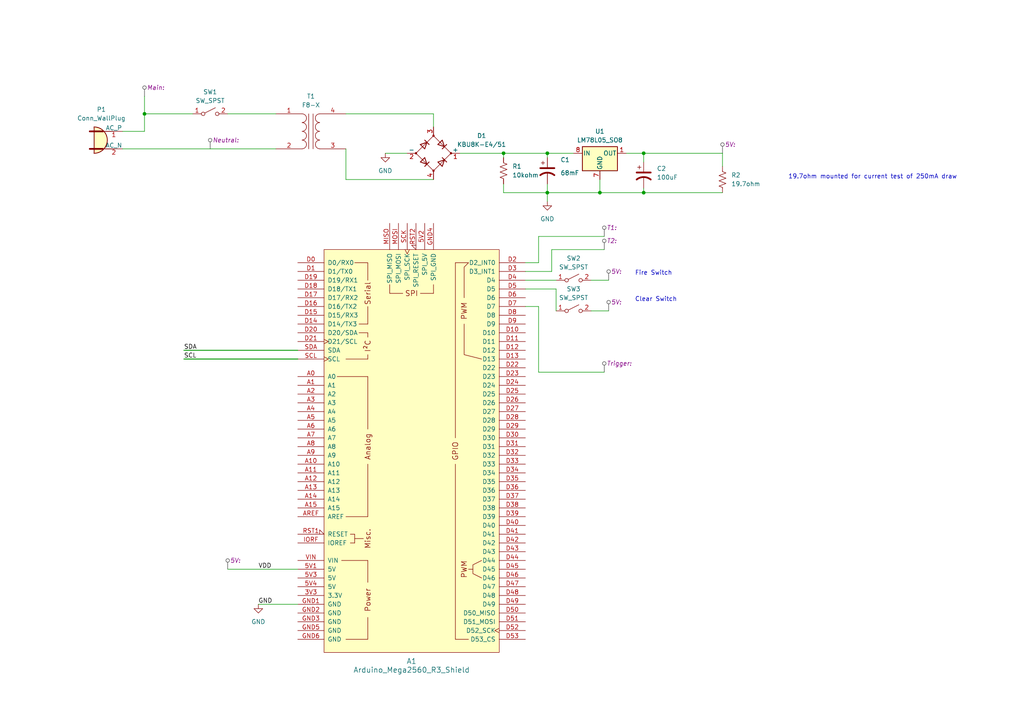
<source format=kicad_sch>
(kicad_sch (version 20230121) (generator eeschema)

  (uuid 911b5eb8-7b6c-425b-b090-765c473021df)

  (paper "A4")

  (title_block
    (title "Arduino + Supply")
    (date "2023-12-01")
  )

  (lib_symbols
    (symbol "Connector:Conn_WallPlug" (pin_names (offset 0)) (in_bom yes) (on_board yes)
      (property "Reference" "P" (at -1.27 4.445 0)
        (effects (font (size 1.27 1.27)) (justify bottom))
      )
      (property "Value" "Conn_WallPlug" (at -5.715 0 90)
        (effects (font (size 1.27 1.27)) (justify bottom))
      )
      (property "Footprint" "" (at 10.16 0 0)
        (effects (font (size 1.27 1.27)) hide)
      )
      (property "Datasheet" "~" (at 10.16 0 0)
        (effects (font (size 1.27 1.27)) hide)
      )
      (property "ki_keywords" "wall plug 110VAC 220VAC" (at 0 0 0)
        (effects (font (size 1.27 1.27)) hide)
      )
      (property "ki_description" "3-pin general wall plug, no Earth wire (110VAC, 220VAC)" (at 0 0 0)
        (effects (font (size 1.27 1.27)) hide)
      )
      (symbol "Conn_WallPlug_0_1"
        (arc (start -3.175 -3.81) (mid 0.6184 0) (end -3.175 3.81)
          (stroke (width 0.254) (type default))
          (fill (type background))
        )
        (polyline
          (pts
            (xy -4.445 -2.54)
            (xy -0.635 -2.54)
          )
          (stroke (width 0.508) (type default))
          (fill (type none))
        )
        (polyline
          (pts
            (xy -4.445 2.54)
            (xy -0.635 2.54)
          )
          (stroke (width 0.508) (type default))
          (fill (type none))
        )
        (polyline
          (pts
            (xy -3.175 -3.81)
            (xy -3.175 3.81)
          )
          (stroke (width 0.254) (type default))
          (fill (type none))
        )
        (polyline
          (pts
            (xy -0.635 -2.54)
            (xy 2.54 -2.54)
          )
          (stroke (width 0) (type default))
          (fill (type none))
        )
        (polyline
          (pts
            (xy -0.635 2.54)
            (xy 2.54 2.54)
          )
          (stroke (width 0) (type default))
          (fill (type none))
        )
      )
      (symbol "Conn_WallPlug_1_1"
        (pin power_out line (at 5.08 2.54 180) (length 5.08)
          (name "AC_P" (effects (font (size 1.27 1.27))))
          (number "1" (effects (font (size 1.27 1.27))))
        )
        (pin power_out line (at 5.08 -2.54 180) (length 5.08)
          (name "AC_N" (effects (font (size 1.27 1.27))))
          (number "2" (effects (font (size 1.27 1.27))))
        )
      )
    )
    (symbol "Device:C_Polarized_US" (pin_numbers hide) (pin_names (offset 0.254) hide) (in_bom yes) (on_board yes)
      (property "Reference" "C" (at 0.635 2.54 0)
        (effects (font (size 1.27 1.27)) (justify left))
      )
      (property "Value" "C_Polarized_US" (at 0.635 -2.54 0)
        (effects (font (size 1.27 1.27)) (justify left))
      )
      (property "Footprint" "" (at 0 0 0)
        (effects (font (size 1.27 1.27)) hide)
      )
      (property "Datasheet" "~" (at 0 0 0)
        (effects (font (size 1.27 1.27)) hide)
      )
      (property "ki_keywords" "cap capacitor" (at 0 0 0)
        (effects (font (size 1.27 1.27)) hide)
      )
      (property "ki_description" "Polarized capacitor, US symbol" (at 0 0 0)
        (effects (font (size 1.27 1.27)) hide)
      )
      (property "ki_fp_filters" "CP_*" (at 0 0 0)
        (effects (font (size 1.27 1.27)) hide)
      )
      (symbol "C_Polarized_US_0_1"
        (polyline
          (pts
            (xy -2.032 0.762)
            (xy 2.032 0.762)
          )
          (stroke (width 0.508) (type default))
          (fill (type none))
        )
        (polyline
          (pts
            (xy -1.778 2.286)
            (xy -0.762 2.286)
          )
          (stroke (width 0) (type default))
          (fill (type none))
        )
        (polyline
          (pts
            (xy -1.27 1.778)
            (xy -1.27 2.794)
          )
          (stroke (width 0) (type default))
          (fill (type none))
        )
        (arc (start 2.032 -1.27) (mid 0 -0.5572) (end -2.032 -1.27)
          (stroke (width 0.508) (type default))
          (fill (type none))
        )
      )
      (symbol "C_Polarized_US_1_1"
        (pin passive line (at 0 3.81 270) (length 2.794)
          (name "~" (effects (font (size 1.27 1.27))))
          (number "1" (effects (font (size 1.27 1.27))))
        )
        (pin passive line (at 0 -3.81 90) (length 3.302)
          (name "~" (effects (font (size 1.27 1.27))))
          (number "2" (effects (font (size 1.27 1.27))))
        )
      )
    )
    (symbol "Device:D_Bridge_+-AA" (pin_names (offset 0)) (in_bom yes) (on_board yes)
      (property "Reference" "D" (at 2.54 6.985 0)
        (effects (font (size 1.27 1.27)) (justify left))
      )
      (property "Value" "D_Bridge_+-AA" (at 2.54 5.08 0)
        (effects (font (size 1.27 1.27)) (justify left))
      )
      (property "Footprint" "" (at 0 0 0)
        (effects (font (size 1.27 1.27)) hide)
      )
      (property "Datasheet" "~" (at 0 0 0)
        (effects (font (size 1.27 1.27)) hide)
      )
      (property "ki_keywords" "rectifier ACDC" (at 0 0 0)
        (effects (font (size 1.27 1.27)) hide)
      )
      (property "ki_description" "Diode bridge, +ve/-ve/AC/AC" (at 0 0 0)
        (effects (font (size 1.27 1.27)) hide)
      )
      (property "ki_fp_filters" "D*Bridge* D*Rectifier*" (at 0 0 0)
        (effects (font (size 1.27 1.27)) hide)
      )
      (symbol "D_Bridge_+-AA_0_1"
        (circle (center -5.08 0) (radius 0.254)
          (stroke (width 0) (type default))
          (fill (type outline))
        )
        (circle (center 0 -5.08) (radius 0.254)
          (stroke (width 0) (type default))
          (fill (type outline))
        )
        (polyline
          (pts
            (xy -2.54 3.81)
            (xy -1.27 2.54)
          )
          (stroke (width 0.254) (type default))
          (fill (type none))
        )
        (polyline
          (pts
            (xy -1.27 -2.54)
            (xy -2.54 -3.81)
          )
          (stroke (width 0.254) (type default))
          (fill (type none))
        )
        (polyline
          (pts
            (xy 2.54 -1.27)
            (xy 3.81 -2.54)
          )
          (stroke (width 0.254) (type default))
          (fill (type none))
        )
        (polyline
          (pts
            (xy 2.54 1.27)
            (xy 3.81 2.54)
          )
          (stroke (width 0.254) (type default))
          (fill (type none))
        )
        (polyline
          (pts
            (xy -3.81 2.54)
            (xy -2.54 1.27)
            (xy -1.905 3.175)
            (xy -3.81 2.54)
          )
          (stroke (width 0.254) (type default))
          (fill (type none))
        )
        (polyline
          (pts
            (xy -2.54 -1.27)
            (xy -3.81 -2.54)
            (xy -1.905 -3.175)
            (xy -2.54 -1.27)
          )
          (stroke (width 0.254) (type default))
          (fill (type none))
        )
        (polyline
          (pts
            (xy 1.27 2.54)
            (xy 2.54 3.81)
            (xy 3.175 1.905)
            (xy 1.27 2.54)
          )
          (stroke (width 0.254) (type default))
          (fill (type none))
        )
        (polyline
          (pts
            (xy 3.175 -1.905)
            (xy 1.27 -2.54)
            (xy 2.54 -3.81)
            (xy 3.175 -1.905)
          )
          (stroke (width 0.254) (type default))
          (fill (type none))
        )
        (polyline
          (pts
            (xy -5.08 0)
            (xy 0 -5.08)
            (xy 5.08 0)
            (xy 0 5.08)
            (xy -5.08 0)
          )
          (stroke (width 0) (type default))
          (fill (type none))
        )
        (circle (center 0 5.08) (radius 0.254)
          (stroke (width 0) (type default))
          (fill (type outline))
        )
        (circle (center 5.08 0) (radius 0.254)
          (stroke (width 0) (type default))
          (fill (type outline))
        )
      )
      (symbol "D_Bridge_+-AA_1_1"
        (pin passive line (at 7.62 0 180) (length 2.54)
          (name "+" (effects (font (size 1.27 1.27))))
          (number "1" (effects (font (size 1.27 1.27))))
        )
        (pin passive line (at -7.62 0 0) (length 2.54)
          (name "-" (effects (font (size 1.27 1.27))))
          (number "2" (effects (font (size 1.27 1.27))))
        )
        (pin passive line (at 0 7.62 270) (length 2.54)
          (name "~" (effects (font (size 1.27 1.27))))
          (number "3" (effects (font (size 1.27 1.27))))
        )
        (pin passive line (at 0 -7.62 90) (length 2.54)
          (name "~" (effects (font (size 1.27 1.27))))
          (number "4" (effects (font (size 1.27 1.27))))
        )
      )
    )
    (symbol "Device:R_US" (pin_numbers hide) (pin_names (offset 0)) (in_bom yes) (on_board yes)
      (property "Reference" "R" (at 2.54 0 90)
        (effects (font (size 1.27 1.27)))
      )
      (property "Value" "R_US" (at -2.54 0 90)
        (effects (font (size 1.27 1.27)))
      )
      (property "Footprint" "" (at 1.016 -0.254 90)
        (effects (font (size 1.27 1.27)) hide)
      )
      (property "Datasheet" "~" (at 0 0 0)
        (effects (font (size 1.27 1.27)) hide)
      )
      (property "ki_keywords" "R res resistor" (at 0 0 0)
        (effects (font (size 1.27 1.27)) hide)
      )
      (property "ki_description" "Resistor, US symbol" (at 0 0 0)
        (effects (font (size 1.27 1.27)) hide)
      )
      (property "ki_fp_filters" "R_*" (at 0 0 0)
        (effects (font (size 1.27 1.27)) hide)
      )
      (symbol "R_US_0_1"
        (polyline
          (pts
            (xy 0 -2.286)
            (xy 0 -2.54)
          )
          (stroke (width 0) (type default))
          (fill (type none))
        )
        (polyline
          (pts
            (xy 0 2.286)
            (xy 0 2.54)
          )
          (stroke (width 0) (type default))
          (fill (type none))
        )
        (polyline
          (pts
            (xy 0 -0.762)
            (xy 1.016 -1.143)
            (xy 0 -1.524)
            (xy -1.016 -1.905)
            (xy 0 -2.286)
          )
          (stroke (width 0) (type default))
          (fill (type none))
        )
        (polyline
          (pts
            (xy 0 0.762)
            (xy 1.016 0.381)
            (xy 0 0)
            (xy -1.016 -0.381)
            (xy 0 -0.762)
          )
          (stroke (width 0) (type default))
          (fill (type none))
        )
        (polyline
          (pts
            (xy 0 2.286)
            (xy 1.016 1.905)
            (xy 0 1.524)
            (xy -1.016 1.143)
            (xy 0 0.762)
          )
          (stroke (width 0) (type default))
          (fill (type none))
        )
      )
      (symbol "R_US_1_1"
        (pin passive line (at 0 3.81 270) (length 1.27)
          (name "~" (effects (font (size 1.27 1.27))))
          (number "1" (effects (font (size 1.27 1.27))))
        )
        (pin passive line (at 0 -3.81 90) (length 1.27)
          (name "~" (effects (font (size 1.27 1.27))))
          (number "2" (effects (font (size 1.27 1.27))))
        )
      )
    )
    (symbol "Device:Transformer_1P_1S" (pin_names (offset 1.016) hide) (in_bom yes) (on_board yes)
      (property "Reference" "T" (at 0 6.35 0)
        (effects (font (size 1.27 1.27)))
      )
      (property "Value" "Transformer_1P_1S" (at 0 -7.62 0)
        (effects (font (size 1.27 1.27)))
      )
      (property "Footprint" "" (at 0 0 0)
        (effects (font (size 1.27 1.27)) hide)
      )
      (property "Datasheet" "~" (at 0 0 0)
        (effects (font (size 1.27 1.27)) hide)
      )
      (property "ki_keywords" "transformer coil magnet" (at 0 0 0)
        (effects (font (size 1.27 1.27)) hide)
      )
      (property "ki_description" "Transformer, single primary, single secondary" (at 0 0 0)
        (effects (font (size 1.27 1.27)) hide)
      )
      (symbol "Transformer_1P_1S_0_1"
        (arc (start -2.54 -5.0546) (mid -1.6599 -4.6901) (end -1.27 -3.81)
          (stroke (width 0) (type default))
          (fill (type none))
        )
        (arc (start -2.54 -2.5146) (mid -1.6599 -2.1501) (end -1.27 -1.27)
          (stroke (width 0) (type default))
          (fill (type none))
        )
        (arc (start -2.54 0.0254) (mid -1.6599 0.3899) (end -1.27 1.27)
          (stroke (width 0) (type default))
          (fill (type none))
        )
        (arc (start -2.54 2.5654) (mid -1.6599 2.9299) (end -1.27 3.81)
          (stroke (width 0) (type default))
          (fill (type none))
        )
        (arc (start -1.27 -3.81) (mid -1.642 -2.912) (end -2.54 -2.54)
          (stroke (width 0) (type default))
          (fill (type none))
        )
        (arc (start -1.27 -1.27) (mid -1.642 -0.372) (end -2.54 0)
          (stroke (width 0) (type default))
          (fill (type none))
        )
        (arc (start -1.27 1.27) (mid -1.642 2.168) (end -2.54 2.54)
          (stroke (width 0) (type default))
          (fill (type none))
        )
        (arc (start -1.27 3.81) (mid -1.642 4.708) (end -2.54 5.08)
          (stroke (width 0) (type default))
          (fill (type none))
        )
        (polyline
          (pts
            (xy -0.635 5.08)
            (xy -0.635 -5.08)
          )
          (stroke (width 0) (type default))
          (fill (type none))
        )
        (polyline
          (pts
            (xy 0.635 -5.08)
            (xy 0.635 5.08)
          )
          (stroke (width 0) (type default))
          (fill (type none))
        )
        (arc (start 1.2954 -1.27) (mid 1.6599 -2.1501) (end 2.54 -2.5146)
          (stroke (width 0) (type default))
          (fill (type none))
        )
        (arc (start 1.2954 1.27) (mid 1.6599 0.3899) (end 2.54 0.0254)
          (stroke (width 0) (type default))
          (fill (type none))
        )
        (arc (start 1.2954 3.81) (mid 1.6599 2.9299) (end 2.54 2.5654)
          (stroke (width 0) (type default))
          (fill (type none))
        )
        (arc (start 1.3208 -3.81) (mid 1.6853 -4.6901) (end 2.5654 -5.0546)
          (stroke (width 0) (type default))
          (fill (type none))
        )
        (arc (start 2.54 0) (mid 1.642 -0.372) (end 1.2954 -1.27)
          (stroke (width 0) (type default))
          (fill (type none))
        )
        (arc (start 2.54 2.54) (mid 1.642 2.168) (end 1.2954 1.27)
          (stroke (width 0) (type default))
          (fill (type none))
        )
        (arc (start 2.54 5.08) (mid 1.642 4.708) (end 1.2954 3.81)
          (stroke (width 0) (type default))
          (fill (type none))
        )
        (arc (start 2.5654 -2.54) (mid 1.6674 -2.912) (end 1.3208 -3.81)
          (stroke (width 0) (type default))
          (fill (type none))
        )
      )
      (symbol "Transformer_1P_1S_1_1"
        (pin passive line (at -10.16 5.08 0) (length 7.62)
          (name "AA" (effects (font (size 1.27 1.27))))
          (number "1" (effects (font (size 1.27 1.27))))
        )
        (pin passive line (at -10.16 -5.08 0) (length 7.62)
          (name "AB" (effects (font (size 1.27 1.27))))
          (number "2" (effects (font (size 1.27 1.27))))
        )
        (pin passive line (at 10.16 -5.08 180) (length 7.62)
          (name "SA" (effects (font (size 1.27 1.27))))
          (number "3" (effects (font (size 1.27 1.27))))
        )
        (pin passive line (at 10.16 5.08 180) (length 7.62)
          (name "SB" (effects (font (size 1.27 1.27))))
          (number "4" (effects (font (size 1.27 1.27))))
        )
      )
    )
    (symbol "Regulator_Linear:LM78L05_SO8" (pin_names (offset 0.254)) (in_bom yes) (on_board yes)
      (property "Reference" "U" (at -3.81 3.175 0)
        (effects (font (size 1.27 1.27)))
      )
      (property "Value" "LM78L05_SO8" (at 0 3.175 0)
        (effects (font (size 1.27 1.27)) (justify left))
      )
      (property "Footprint" "Package_SO:SOIC-8_3.9x4.9mm_P1.27mm" (at 2.54 5.08 0)
        (effects (font (size 1.27 1.27) italic) hide)
      )
      (property "Datasheet" "https://www.onsemi.com/pub/Collateral/MC78L06A-D.pdf" (at 5.08 0 0)
        (effects (font (size 1.27 1.27)) hide)
      )
      (property "ki_keywords" "Voltage Regulator 100mA Positive" (at 0 0 0)
        (effects (font (size 1.27 1.27)) hide)
      )
      (property "ki_description" "Positive 100mA 30V Linear Regulator, Fixed Output 5V, SO-8" (at 0 0 0)
        (effects (font (size 1.27 1.27)) hide)
      )
      (property "ki_fp_filters" "SOIC*3.9x4.9mm*P1.27mm*" (at 0 0 0)
        (effects (font (size 1.27 1.27)) hide)
      )
      (symbol "LM78L05_SO8_0_1"
        (rectangle (start -5.08 1.905) (end 5.08 -5.08)
          (stroke (width 0.254) (type default))
          (fill (type background))
        )
      )
      (symbol "LM78L05_SO8_1_1"
        (pin power_out line (at 7.62 0 180) (length 2.54)
          (name "OUT" (effects (font (size 1.27 1.27))))
          (number "1" (effects (font (size 1.27 1.27))))
        )
        (pin passive line (at 0 -7.62 90) (length 2.54) hide
          (name "GND" (effects (font (size 1.27 1.27))))
          (number "2" (effects (font (size 1.27 1.27))))
        )
        (pin passive line (at 0 -7.62 90) (length 2.54) hide
          (name "GND" (effects (font (size 1.27 1.27))))
          (number "3" (effects (font (size 1.27 1.27))))
        )
        (pin no_connect line (at -5.08 -2.54 0) (length 2.54) hide
          (name "NC" (effects (font (size 1.27 1.27))))
          (number "4" (effects (font (size 1.27 1.27))))
        )
        (pin no_connect line (at 5.08 -2.54 180) (length 2.54) hide
          (name "NC" (effects (font (size 1.27 1.27))))
          (number "5" (effects (font (size 1.27 1.27))))
        )
        (pin passive line (at 0 -7.62 90) (length 2.54) hide
          (name "GND" (effects (font (size 1.27 1.27))))
          (number "6" (effects (font (size 1.27 1.27))))
        )
        (pin power_in line (at 0 -7.62 90) (length 2.54)
          (name "GND" (effects (font (size 1.27 1.27))))
          (number "7" (effects (font (size 1.27 1.27))))
        )
        (pin power_in line (at -7.62 0 0) (length 2.54)
          (name "IN" (effects (font (size 1.27 1.27))))
          (number "8" (effects (font (size 1.27 1.27))))
        )
      )
    )
    (symbol "Switch:SW_SPST" (pin_names (offset 0) hide) (in_bom yes) (on_board yes)
      (property "Reference" "SW" (at 0 3.175 0)
        (effects (font (size 1.27 1.27)))
      )
      (property "Value" "SW_SPST" (at 0 -2.54 0)
        (effects (font (size 1.27 1.27)))
      )
      (property "Footprint" "" (at 0 0 0)
        (effects (font (size 1.27 1.27)) hide)
      )
      (property "Datasheet" "~" (at 0 0 0)
        (effects (font (size 1.27 1.27)) hide)
      )
      (property "ki_keywords" "switch lever" (at 0 0 0)
        (effects (font (size 1.27 1.27)) hide)
      )
      (property "ki_description" "Single Pole Single Throw (SPST) switch" (at 0 0 0)
        (effects (font (size 1.27 1.27)) hide)
      )
      (symbol "SW_SPST_0_0"
        (circle (center -2.032 0) (radius 0.508)
          (stroke (width 0) (type default))
          (fill (type none))
        )
        (polyline
          (pts
            (xy -1.524 0.254)
            (xy 1.524 1.778)
          )
          (stroke (width 0) (type default))
          (fill (type none))
        )
        (circle (center 2.032 0) (radius 0.508)
          (stroke (width 0) (type default))
          (fill (type none))
        )
      )
      (symbol "SW_SPST_1_1"
        (pin passive line (at -5.08 0 0) (length 2.54)
          (name "A" (effects (font (size 1.27 1.27))))
          (number "1" (effects (font (size 1.27 1.27))))
        )
        (pin passive line (at 5.08 0 180) (length 2.54)
          (name "B" (effects (font (size 1.27 1.27))))
          (number "2" (effects (font (size 1.27 1.27))))
        )
      )
    )
    (symbol "arduino-library:Arduino_Mega2560_R3_Shield" (pin_names (offset 1.016)) (in_bom yes) (on_board yes)
      (property "Reference" "A" (at 0 -62.23 0)
        (effects (font (size 1.524 1.524)))
      )
      (property "Value" "Arduino_Mega2560_R3_Shield" (at 0 -66.04 0)
        (effects (font (size 1.524 1.524)))
      )
      (property "Footprint" "PCM_arduino-library:Arduino_Mega2560_R3_Shield" (at 0 -73.66 0)
        (effects (font (size 1.524 1.524)) hide)
      )
      (property "Datasheet" "https://docs.arduino.cc/hardware/mega-2560" (at 0 -69.85 0)
        (effects (font (size 1.524 1.524)) hide)
      )
      (property "ki_keywords" "Arduino MPU Shield" (at 0 0 0)
        (effects (font (size 1.27 1.27)) hide)
      )
      (property "ki_description" "Shield for Arduino Mega 2560 R3" (at 0 0 0)
        (effects (font (size 1.27 1.27)) hide)
      )
      (property "ki_fp_filters" "Arduino_Mega2560_R3_Shield" (at 0 0 0)
        (effects (font (size 1.27 1.27)) hide)
      )
      (symbol "Arduino_Mega2560_R3_Shield_0_0"
        (rectangle (start -25.4 -58.42) (end 25.4 58.42)
          (stroke (width 0) (type default))
          (fill (type background))
        )
        (rectangle (start -20.32 -31.75) (end -12.7 -31.75)
          (stroke (width 0) (type default))
          (fill (type none))
        )
        (rectangle (start -19.05 -54.61) (end -12.7 -54.61)
          (stroke (width 0) (type default))
          (fill (type none))
        )
        (rectangle (start -19.05 -19.05) (end -12.7 -19.05)
          (stroke (width 0) (type default))
          (fill (type none))
        )
        (rectangle (start -19.05 26.67) (end -12.7 26.67)
          (stroke (width 0) (type default))
          (fill (type none))
        )
        (rectangle (start -17.78 -26.67) (end -16.51 -26.67)
          (stroke (width 0) (type default))
          (fill (type none))
        )
        (rectangle (start -17.78 -24.13) (end -16.51 -24.13)
          (stroke (width 0) (type default))
          (fill (type none))
        )
        (rectangle (start -16.51 -25.4) (end -13.97 -25.4)
          (stroke (width 0) (type default))
          (fill (type none))
        )
        (rectangle (start -16.51 -24.13) (end -16.51 -26.67)
          (stroke (width 0) (type default))
          (fill (type none))
        )
        (rectangle (start -16.51 54.61) (end -12.7 54.61)
          (stroke (width 0) (type default))
          (fill (type none))
        )
        (rectangle (start -15.24 34.29) (end -12.7 34.29)
          (stroke (width 0) (type default))
          (fill (type none))
        )
        (rectangle (start -15.24 36.83) (end -12.7 36.83)
          (stroke (width 0) (type default))
          (fill (type none))
        )
        (rectangle (start -12.7 -54.61) (end -12.7 -48.26)
          (stroke (width 0) (type default))
          (fill (type none))
        )
        (rectangle (start -12.7 -31.75) (end -12.7 -38.1)
          (stroke (width 0) (type default))
          (fill (type none))
        )
        (rectangle (start -12.7 26.67) (end -12.7 27.94)
          (stroke (width 0) (type default))
          (fill (type none))
        )
        (rectangle (start -12.7 34.29) (end -12.7 33.02)
          (stroke (width 0) (type default))
          (fill (type none))
        )
        (rectangle (start -12.7 41.91) (end -12.7 36.83)
          (stroke (width 0) (type default))
          (fill (type none))
        )
        (rectangle (start -12.7 49.53) (end -12.7 54.61)
          (stroke (width 0) (type default))
          (fill (type none))
        )
        (rectangle (start -6.35 48.26) (end -6.35 45.72)
          (stroke (width 0) (type default))
          (fill (type none))
        )
        (rectangle (start -2.54 45.72) (end -6.35 45.72)
          (stroke (width 0) (type default))
          (fill (type none))
        )
        (polyline
          (pts
            (xy -21.59 21.59)
            (xy -12.7 21.59)
          )
          (stroke (width 0) (type default))
          (fill (type none))
        )
        (polyline
          (pts
            (xy -12.7 -19.05)
            (xy -12.7 -3.81)
          )
          (stroke (width 0) (type default))
          (fill (type none))
        )
        (polyline
          (pts
            (xy -12.7 6.35)
            (xy -12.7 21.59)
          )
          (stroke (width 0) (type default))
          (fill (type none))
        )
        (polyline
          (pts
            (xy 12.7 -54.61)
            (xy 16.51 -54.61)
          )
          (stroke (width 0) (type default))
          (fill (type none))
        )
        (polyline
          (pts
            (xy 12.7 54.61)
            (xy 16.51 54.61)
          )
          (stroke (width 0) (type default))
          (fill (type none))
        )
        (polyline
          (pts
            (xy 17.78 -34.29)
            (xy 16.51 -34.29)
          )
          (stroke (width 0) (type default))
          (fill (type none))
        )
        (polyline
          (pts
            (xy 15.24 36.83)
            (xy 15.24 27.94)
            (xy 20.32 26.67)
          )
          (stroke (width 0) (type default))
          (fill (type none))
        )
        (polyline
          (pts
            (xy 15.24 44.45)
            (xy 15.24 53.34)
            (xy 16.51 54.61)
          )
          (stroke (width 0) (type default))
          (fill (type none))
        )
        (polyline
          (pts
            (xy 20.32 -31.75)
            (xy 17.78 -33.02)
            (xy 17.78 -35.56)
            (xy 20.32 -36.83)
          )
          (stroke (width 0) (type default))
          (fill (type none))
        )
        (rectangle (start 6.35 45.72) (end 2.54 45.72)
          (stroke (width 0) (type default))
          (fill (type none))
        )
        (rectangle (start 6.35 48.26) (end 6.35 45.72)
          (stroke (width 0) (type default))
          (fill (type none))
        )
        (text "Analog" (at -12.7 1.27 900)
          (effects (font (size 1.524 1.524)))
        )
        (text "I²C" (at -12.7 30.48 900)
          (effects (font (size 1.524 1.524)))
        )
        (text "Misc." (at -12.7 -25.4 900)
          (effects (font (size 1.524 1.524)))
        )
        (text "Power" (at -12.7 -43.18 900)
          (effects (font (size 1.524 1.524)))
        )
        (text "PWM" (at 15.24 -34.29 900)
          (effects (font (size 1.524 1.524)))
        )
        (text "PWM" (at 15.24 40.64 900)
          (effects (font (size 1.524 1.524)))
        )
        (text "Serial" (at -12.7 45.72 900)
          (effects (font (size 1.524 1.524)))
        )
        (text "SPI" (at 0 45.72 0)
          (effects (font (size 1.524 1.524)))
        )
      )
      (symbol "Arduino_Mega2560_R3_Shield_1_0"
        (rectangle (start 12.7 -54.61) (end 12.7 -3.81)
          (stroke (width 0) (type default))
          (fill (type none))
        )
        (rectangle (start 12.7 54.61) (end 12.7 3.81)
          (stroke (width 0) (type default))
          (fill (type none))
        )
        (text "GPIO" (at 12.7 0 900)
          (effects (font (size 1.524 1.524)))
        )
      )
      (symbol "Arduino_Mega2560_R3_Shield_1_1"
        (pin power_out line (at -33.02 -41.91 0) (length 7.62)
          (name "3.3V" (effects (font (size 1.27 1.27))))
          (number "3V3" (effects (font (size 1.27 1.27))))
        )
        (pin power_in line (at -33.02 -34.29 0) (length 7.62)
          (name "5V" (effects (font (size 1.27 1.27))))
          (number "5V1" (effects (font (size 1.27 1.27))))
        )
        (pin power_in line (at 3.81 66.04 270) (length 7.62)
          (name "SPI_5V" (effects (font (size 1.27 1.27))))
          (number "5V2" (effects (font (size 1.27 1.27))))
        )
        (pin power_in line (at -33.02 -36.83 0) (length 7.62)
          (name "5V" (effects (font (size 1.27 1.27))))
          (number "5V3" (effects (font (size 1.27 1.27))))
        )
        (pin power_in line (at -33.02 -39.37 0) (length 7.62)
          (name "5V" (effects (font (size 1.27 1.27))))
          (number "5V4" (effects (font (size 1.27 1.27))))
        )
        (pin bidirectional line (at -33.02 21.59 0) (length 7.62)
          (name "A0" (effects (font (size 1.27 1.27))))
          (number "A0" (effects (font (size 1.27 1.27))))
        )
        (pin bidirectional line (at -33.02 19.05 0) (length 7.62)
          (name "A1" (effects (font (size 1.27 1.27))))
          (number "A1" (effects (font (size 1.27 1.27))))
        )
        (pin bidirectional line (at -33.02 -3.81 0) (length 7.62)
          (name "A10" (effects (font (size 1.27 1.27))))
          (number "A10" (effects (font (size 1.27 1.27))))
        )
        (pin bidirectional line (at -33.02 -6.35 0) (length 7.62)
          (name "A11" (effects (font (size 1.27 1.27))))
          (number "A11" (effects (font (size 1.27 1.27))))
        )
        (pin bidirectional line (at -33.02 -8.89 0) (length 7.62)
          (name "A12" (effects (font (size 1.27 1.27))))
          (number "A12" (effects (font (size 1.27 1.27))))
        )
        (pin bidirectional line (at -33.02 -11.43 0) (length 7.62)
          (name "A13" (effects (font (size 1.27 1.27))))
          (number "A13" (effects (font (size 1.27 1.27))))
        )
        (pin bidirectional line (at -33.02 -13.97 0) (length 7.62)
          (name "A14" (effects (font (size 1.27 1.27))))
          (number "A14" (effects (font (size 1.27 1.27))))
        )
        (pin bidirectional line (at -33.02 -16.51 0) (length 7.62)
          (name "A15" (effects (font (size 1.27 1.27))))
          (number "A15" (effects (font (size 1.27 1.27))))
        )
        (pin bidirectional line (at -33.02 16.51 0) (length 7.62)
          (name "A2" (effects (font (size 1.27 1.27))))
          (number "A2" (effects (font (size 1.27 1.27))))
        )
        (pin bidirectional line (at -33.02 13.97 0) (length 7.62)
          (name "A3" (effects (font (size 1.27 1.27))))
          (number "A3" (effects (font (size 1.27 1.27))))
        )
        (pin bidirectional line (at -33.02 11.43 0) (length 7.62)
          (name "A4" (effects (font (size 1.27 1.27))))
          (number "A4" (effects (font (size 1.27 1.27))))
        )
        (pin bidirectional line (at -33.02 8.89 0) (length 7.62)
          (name "A5" (effects (font (size 1.27 1.27))))
          (number "A5" (effects (font (size 1.27 1.27))))
        )
        (pin bidirectional line (at -33.02 6.35 0) (length 7.62)
          (name "A6" (effects (font (size 1.27 1.27))))
          (number "A6" (effects (font (size 1.27 1.27))))
        )
        (pin bidirectional line (at -33.02 3.81 0) (length 7.62)
          (name "A7" (effects (font (size 1.27 1.27))))
          (number "A7" (effects (font (size 1.27 1.27))))
        )
        (pin bidirectional line (at -33.02 1.27 0) (length 7.62)
          (name "A8" (effects (font (size 1.27 1.27))))
          (number "A8" (effects (font (size 1.27 1.27))))
        )
        (pin bidirectional line (at -33.02 -1.27 0) (length 7.62)
          (name "A9" (effects (font (size 1.27 1.27))))
          (number "A9" (effects (font (size 1.27 1.27))))
        )
        (pin input line (at -33.02 -19.05 0) (length 7.62)
          (name "AREF" (effects (font (size 1.27 1.27))))
          (number "AREF" (effects (font (size 1.27 1.27))))
        )
        (pin bidirectional line (at -33.02 54.61 0) (length 7.62)
          (name "D0/RX0" (effects (font (size 1.27 1.27))))
          (number "D0" (effects (font (size 1.27 1.27))))
        )
        (pin bidirectional line (at -33.02 52.07 0) (length 7.62)
          (name "D1/TX0" (effects (font (size 1.27 1.27))))
          (number "D1" (effects (font (size 1.27 1.27))))
        )
        (pin bidirectional line (at 33.02 34.29 180) (length 7.62)
          (name "D10" (effects (font (size 1.27 1.27))))
          (number "D10" (effects (font (size 1.27 1.27))))
        )
        (pin bidirectional line (at 33.02 31.75 180) (length 7.62)
          (name "D11" (effects (font (size 1.27 1.27))))
          (number "D11" (effects (font (size 1.27 1.27))))
        )
        (pin bidirectional line (at 33.02 29.21 180) (length 7.62)
          (name "D12" (effects (font (size 1.27 1.27))))
          (number "D12" (effects (font (size 1.27 1.27))))
        )
        (pin bidirectional line (at 33.02 26.67 180) (length 7.62)
          (name "D13" (effects (font (size 1.27 1.27))))
          (number "D13" (effects (font (size 1.27 1.27))))
        )
        (pin bidirectional line (at -33.02 36.83 0) (length 7.62)
          (name "D14/TX3" (effects (font (size 1.27 1.27))))
          (number "D14" (effects (font (size 1.27 1.27))))
        )
        (pin bidirectional line (at -33.02 39.37 0) (length 7.62)
          (name "D15/RX3" (effects (font (size 1.27 1.27))))
          (number "D15" (effects (font (size 1.27 1.27))))
        )
        (pin bidirectional line (at -33.02 41.91 0) (length 7.62)
          (name "D16/TX2" (effects (font (size 1.27 1.27))))
          (number "D16" (effects (font (size 1.27 1.27))))
        )
        (pin bidirectional line (at -33.02 44.45 0) (length 7.62)
          (name "D17/RX2" (effects (font (size 1.27 1.27))))
          (number "D17" (effects (font (size 1.27 1.27))))
        )
        (pin bidirectional line (at -33.02 46.99 0) (length 7.62)
          (name "D18/TX1" (effects (font (size 1.27 1.27))))
          (number "D18" (effects (font (size 1.27 1.27))))
        )
        (pin bidirectional line (at -33.02 49.53 0) (length 7.62)
          (name "D19/RX1" (effects (font (size 1.27 1.27))))
          (number "D19" (effects (font (size 1.27 1.27))))
        )
        (pin bidirectional line (at 33.02 54.61 180) (length 7.62)
          (name "D2_INT0" (effects (font (size 1.27 1.27))))
          (number "D2" (effects (font (size 1.27 1.27))))
        )
        (pin bidirectional line (at -33.02 34.29 0) (length 7.62)
          (name "D20/SDA" (effects (font (size 1.27 1.27))))
          (number "D20" (effects (font (size 1.27 1.27))))
        )
        (pin bidirectional clock (at -33.02 31.75 0) (length 7.62)
          (name "D21/SCL" (effects (font (size 1.27 1.27))))
          (number "D21" (effects (font (size 1.27 1.27))))
        )
        (pin bidirectional line (at 33.02 24.13 180) (length 7.62)
          (name "D22" (effects (font (size 1.27 1.27))))
          (number "D22" (effects (font (size 1.27 1.27))))
        )
        (pin bidirectional line (at 33.02 21.59 180) (length 7.62)
          (name "D23" (effects (font (size 1.27 1.27))))
          (number "D23" (effects (font (size 1.27 1.27))))
        )
        (pin bidirectional line (at 33.02 19.05 180) (length 7.62)
          (name "D24" (effects (font (size 1.27 1.27))))
          (number "D24" (effects (font (size 1.27 1.27))))
        )
        (pin bidirectional line (at 33.02 16.51 180) (length 7.62)
          (name "D25" (effects (font (size 1.27 1.27))))
          (number "D25" (effects (font (size 1.27 1.27))))
        )
        (pin bidirectional line (at 33.02 13.97 180) (length 7.62)
          (name "D26" (effects (font (size 1.27 1.27))))
          (number "D26" (effects (font (size 1.27 1.27))))
        )
        (pin bidirectional line (at 33.02 11.43 180) (length 7.62)
          (name "D27" (effects (font (size 1.27 1.27))))
          (number "D27" (effects (font (size 1.27 1.27))))
        )
        (pin bidirectional line (at 33.02 8.89 180) (length 7.62)
          (name "D28" (effects (font (size 1.27 1.27))))
          (number "D28" (effects (font (size 1.27 1.27))))
        )
        (pin bidirectional line (at 33.02 6.35 180) (length 7.62)
          (name "D29" (effects (font (size 1.27 1.27))))
          (number "D29" (effects (font (size 1.27 1.27))))
        )
        (pin bidirectional line (at 33.02 52.07 180) (length 7.62)
          (name "D3_INT1" (effects (font (size 1.27 1.27))))
          (number "D3" (effects (font (size 1.27 1.27))))
        )
        (pin bidirectional line (at 33.02 3.81 180) (length 7.62)
          (name "D30" (effects (font (size 1.27 1.27))))
          (number "D30" (effects (font (size 1.27 1.27))))
        )
        (pin bidirectional line (at 33.02 1.27 180) (length 7.62)
          (name "D31" (effects (font (size 1.27 1.27))))
          (number "D31" (effects (font (size 1.27 1.27))))
        )
        (pin bidirectional line (at 33.02 -1.27 180) (length 7.62)
          (name "D32" (effects (font (size 1.27 1.27))))
          (number "D32" (effects (font (size 1.27 1.27))))
        )
        (pin bidirectional line (at 33.02 -3.81 180) (length 7.62)
          (name "D33" (effects (font (size 1.27 1.27))))
          (number "D33" (effects (font (size 1.27 1.27))))
        )
        (pin bidirectional line (at 33.02 -6.35 180) (length 7.62)
          (name "D34" (effects (font (size 1.27 1.27))))
          (number "D34" (effects (font (size 1.27 1.27))))
        )
        (pin bidirectional line (at 33.02 -8.89 180) (length 7.62)
          (name "D35" (effects (font (size 1.27 1.27))))
          (number "D35" (effects (font (size 1.27 1.27))))
        )
        (pin bidirectional line (at 33.02 -11.43 180) (length 7.62)
          (name "D36" (effects (font (size 1.27 1.27))))
          (number "D36" (effects (font (size 1.27 1.27))))
        )
        (pin bidirectional line (at 33.02 -13.97 180) (length 7.62)
          (name "D37" (effects (font (size 1.27 1.27))))
          (number "D37" (effects (font (size 1.27 1.27))))
        )
        (pin bidirectional line (at 33.02 -16.51 180) (length 7.62)
          (name "D38" (effects (font (size 1.27 1.27))))
          (number "D38" (effects (font (size 1.27 1.27))))
        )
        (pin bidirectional line (at 33.02 -19.05 180) (length 7.62)
          (name "D39" (effects (font (size 1.27 1.27))))
          (number "D39" (effects (font (size 1.27 1.27))))
        )
        (pin bidirectional line (at 33.02 49.53 180) (length 7.62)
          (name "D4" (effects (font (size 1.27 1.27))))
          (number "D4" (effects (font (size 1.27 1.27))))
        )
        (pin bidirectional line (at 33.02 -21.59 180) (length 7.62)
          (name "D40" (effects (font (size 1.27 1.27))))
          (number "D40" (effects (font (size 1.27 1.27))))
        )
        (pin bidirectional line (at 33.02 -24.13 180) (length 7.62)
          (name "D41" (effects (font (size 1.27 1.27))))
          (number "D41" (effects (font (size 1.27 1.27))))
        )
        (pin bidirectional line (at 33.02 -26.67 180) (length 7.62)
          (name "D42" (effects (font (size 1.27 1.27))))
          (number "D42" (effects (font (size 1.27 1.27))))
        )
        (pin bidirectional line (at 33.02 -29.21 180) (length 7.62)
          (name "D43" (effects (font (size 1.27 1.27))))
          (number "D43" (effects (font (size 1.27 1.27))))
        )
        (pin bidirectional line (at 33.02 -31.75 180) (length 7.62)
          (name "D44" (effects (font (size 1.27 1.27))))
          (number "D44" (effects (font (size 1.27 1.27))))
        )
        (pin bidirectional line (at 33.02 -34.29 180) (length 7.62)
          (name "D45" (effects (font (size 1.27 1.27))))
          (number "D45" (effects (font (size 1.27 1.27))))
        )
        (pin bidirectional line (at 33.02 -36.83 180) (length 7.62)
          (name "D46" (effects (font (size 1.27 1.27))))
          (number "D46" (effects (font (size 1.27 1.27))))
        )
        (pin bidirectional line (at 33.02 -39.37 180) (length 7.62)
          (name "D47" (effects (font (size 1.27 1.27))))
          (number "D47" (effects (font (size 1.27 1.27))))
        )
        (pin bidirectional line (at 33.02 -41.91 180) (length 7.62)
          (name "D48" (effects (font (size 1.27 1.27))))
          (number "D48" (effects (font (size 1.27 1.27))))
        )
        (pin bidirectional line (at 33.02 -44.45 180) (length 7.62)
          (name "D49" (effects (font (size 1.27 1.27))))
          (number "D49" (effects (font (size 1.27 1.27))))
        )
        (pin bidirectional line (at 33.02 46.99 180) (length 7.62)
          (name "D5" (effects (font (size 1.27 1.27))))
          (number "D5" (effects (font (size 1.27 1.27))))
        )
        (pin bidirectional line (at 33.02 -46.99 180) (length 7.62)
          (name "D50_MISO" (effects (font (size 1.27 1.27))))
          (number "D50" (effects (font (size 1.27 1.27))))
        )
        (pin bidirectional line (at 33.02 -49.53 180) (length 7.62)
          (name "D51_MOSI" (effects (font (size 1.27 1.27))))
          (number "D51" (effects (font (size 1.27 1.27))))
        )
        (pin bidirectional clock (at 33.02 -52.07 180) (length 7.62)
          (name "D52_SCK" (effects (font (size 1.27 1.27))))
          (number "D52" (effects (font (size 1.27 1.27))))
        )
        (pin bidirectional line (at 33.02 -54.61 180) (length 7.62)
          (name "D53_CS" (effects (font (size 1.27 1.27))))
          (number "D53" (effects (font (size 1.27 1.27))))
        )
        (pin bidirectional line (at 33.02 44.45 180) (length 7.62)
          (name "D6" (effects (font (size 1.27 1.27))))
          (number "D6" (effects (font (size 1.27 1.27))))
        )
        (pin bidirectional line (at 33.02 41.91 180) (length 7.62)
          (name "D7" (effects (font (size 1.27 1.27))))
          (number "D7" (effects (font (size 1.27 1.27))))
        )
        (pin bidirectional line (at 33.02 39.37 180) (length 7.62)
          (name "D8" (effects (font (size 1.27 1.27))))
          (number "D8" (effects (font (size 1.27 1.27))))
        )
        (pin bidirectional line (at 33.02 36.83 180) (length 7.62)
          (name "D9" (effects (font (size 1.27 1.27))))
          (number "D9" (effects (font (size 1.27 1.27))))
        )
        (pin power_in line (at -33.02 -44.45 0) (length 7.62)
          (name "GND" (effects (font (size 1.27 1.27))))
          (number "GND1" (effects (font (size 1.27 1.27))))
        )
        (pin power_in line (at -33.02 -46.99 0) (length 7.62)
          (name "GND" (effects (font (size 1.27 1.27))))
          (number "GND2" (effects (font (size 1.27 1.27))))
        )
        (pin power_in line (at -33.02 -49.53 0) (length 7.62)
          (name "GND" (effects (font (size 1.27 1.27))))
          (number "GND3" (effects (font (size 1.27 1.27))))
        )
        (pin power_in line (at 6.35 66.04 270) (length 7.62)
          (name "SPI_GND" (effects (font (size 1.27 1.27))))
          (number "GND4" (effects (font (size 1.27 1.27))))
        )
        (pin power_in line (at -33.02 -52.07 0) (length 7.62)
          (name "GND" (effects (font (size 1.27 1.27))))
          (number "GND5" (effects (font (size 1.27 1.27))))
        )
        (pin power_in line (at -33.02 -54.61 0) (length 7.62)
          (name "GND" (effects (font (size 1.27 1.27))))
          (number "GND6" (effects (font (size 1.27 1.27))))
        )
        (pin output line (at -33.02 -26.67 0) (length 7.62)
          (name "IOREF" (effects (font (size 1.27 1.27))))
          (number "IORF" (effects (font (size 1.27 1.27))))
        )
        (pin input line (at -6.35 66.04 270) (length 7.62)
          (name "SPI_MISO" (effects (font (size 1.27 1.27))))
          (number "MISO" (effects (font (size 1.27 1.27))))
        )
        (pin output line (at -3.81 66.04 270) (length 7.62)
          (name "SPI_MOSI" (effects (font (size 1.27 1.27))))
          (number "MOSI" (effects (font (size 1.27 1.27))))
        )
        (pin open_collector input_low (at -33.02 -24.13 0) (length 7.62)
          (name "RESET" (effects (font (size 1.27 1.27))))
          (number "RST1" (effects (font (size 1.27 1.27))))
        )
        (pin open_collector input_low (at 1.27 66.04 270) (length 7.62)
          (name "SPI_RESET" (effects (font (size 1.27 1.27))))
          (number "RST2" (effects (font (size 1.27 1.27))))
        )
        (pin output clock (at -1.27 66.04 270) (length 7.62)
          (name "SPI_SCK" (effects (font (size 1.27 1.27))))
          (number "SCK" (effects (font (size 1.27 1.27))))
        )
        (pin bidirectional clock (at -33.02 26.67 0) (length 7.62)
          (name "SCL" (effects (font (size 1.27 1.27))))
          (number "SCL" (effects (font (size 1.27 1.27))))
        )
        (pin bidirectional line (at -33.02 29.21 0) (length 7.62)
          (name "SDA" (effects (font (size 1.27 1.27))))
          (number "SDA" (effects (font (size 1.27 1.27))))
        )
        (pin power_in line (at -33.02 -31.75 0) (length 7.62)
          (name "VIN" (effects (font (size 1.27 1.27))))
          (number "VIN" (effects (font (size 1.27 1.27))))
        )
      )
    )
    (symbol "power:GND" (power) (pin_names (offset 0)) (in_bom yes) (on_board yes)
      (property "Reference" "#PWR" (at 0 -6.35 0)
        (effects (font (size 1.27 1.27)) hide)
      )
      (property "Value" "GND" (at 0 -3.81 0)
        (effects (font (size 1.27 1.27)))
      )
      (property "Footprint" "" (at 0 0 0)
        (effects (font (size 1.27 1.27)) hide)
      )
      (property "Datasheet" "" (at 0 0 0)
        (effects (font (size 1.27 1.27)) hide)
      )
      (property "ki_keywords" "global power" (at 0 0 0)
        (effects (font (size 1.27 1.27)) hide)
      )
      (property "ki_description" "Power symbol creates a global label with name \"GND\" , ground" (at 0 0 0)
        (effects (font (size 1.27 1.27)) hide)
      )
      (symbol "GND_0_1"
        (polyline
          (pts
            (xy 0 0)
            (xy 0 -1.27)
            (xy 1.27 -1.27)
            (xy 0 -2.54)
            (xy -1.27 -1.27)
            (xy 0 -1.27)
          )
          (stroke (width 0) (type default))
          (fill (type none))
        )
      )
      (symbol "GND_1_1"
        (pin power_in line (at 0 0 270) (length 0) hide
          (name "GND" (effects (font (size 1.27 1.27))))
          (number "1" (effects (font (size 1.27 1.27))))
        )
      )
    )
  )

  (junction (at 173.99 55.88) (diameter 0) (color 0 0 0 0)
    (uuid 3b405609-829c-49e5-81db-6e472cd6a889)
  )
  (junction (at 158.75 44.45) (diameter 0) (color 0 0 0 0)
    (uuid 95d146fc-3272-4825-a886-b76ca94a95d3)
  )
  (junction (at 41.91 33.02) (diameter 0) (color 0 0 0 0)
    (uuid aa1c3636-a1c6-42ff-9a4b-fca6a3fa8b56)
  )
  (junction (at 158.75 55.88) (diameter 0) (color 0 0 0 0)
    (uuid ac69c722-b5eb-4bd5-a798-50634e4bee13)
  )
  (junction (at 186.69 55.88) (diameter 0) (color 0 0 0 0)
    (uuid acfae407-d5dd-4e5a-813e-b430cdf0b4c0)
  )
  (junction (at 186.69 44.45) (diameter 0) (color 0 0 0 0)
    (uuid c2db8e4c-340d-400f-9f0a-474665a7846c)
  )
  (junction (at 146.05 44.45) (diameter 0) (color 0 0 0 0)
    (uuid e2a86163-8243-4d33-8d83-0a57babf7cda)
  )

  (wire (pts (xy 160.02 78.74) (xy 160.02 72.39))
    (stroke (width 0) (type default))
    (uuid 02c3850c-d8ca-4e1b-9adf-c11bcd6a43e4)
  )
  (wire (pts (xy 53.34 101.6) (xy 86.36 101.6))
    (stroke (width 0.254) (type default))
    (uuid 0597867d-e6ca-4781-b0ec-f0ba8777c659)
  )
  (wire (pts (xy 86.36 165.1) (xy 66.04 165.1))
    (stroke (width 0) (type default))
    (uuid 078ec498-a617-47f5-aedb-ad70cae5b100)
  )
  (wire (pts (xy 74.93 175.26) (xy 86.36 175.26))
    (stroke (width 0) (type default))
    (uuid 07c2b66d-a51d-4cb0-89b1-ac714d2f626a)
  )
  (wire (pts (xy 209.55 48.26) (xy 209.55 44.45))
    (stroke (width 0) (type default))
    (uuid 12ea6ed0-d12c-418b-940b-9f4a24ba369b)
  )
  (wire (pts (xy 176.53 81.28) (xy 171.45 81.28))
    (stroke (width 0) (type default))
    (uuid 20a33335-a033-430f-a5bb-9edb4fa37ef2)
  )
  (wire (pts (xy 100.33 33.02) (xy 125.73 33.02))
    (stroke (width 0) (type default))
    (uuid 24e3a9cf-820e-46c6-b6e2-0e7b60eff4b3)
  )
  (wire (pts (xy 158.75 55.88) (xy 173.99 55.88))
    (stroke (width 0) (type default))
    (uuid 36bcd40b-e1df-4ad1-b631-f369dedaa0e3)
  )
  (wire (pts (xy 35.56 38.1) (xy 41.91 38.1))
    (stroke (width 0) (type default))
    (uuid 36e70bd7-5a26-4124-9d06-dd595414eb41)
  )
  (wire (pts (xy 158.75 53.34) (xy 158.75 55.88))
    (stroke (width 0) (type default))
    (uuid 386dfc43-3f58-4b1b-aafd-cfdee46fc894)
  )
  (wire (pts (xy 41.91 33.02) (xy 41.91 38.1))
    (stroke (width 0) (type default))
    (uuid 42935a57-5fa3-46b6-b531-5f7a1513a55f)
  )
  (wire (pts (xy 181.61 44.45) (xy 186.69 44.45))
    (stroke (width 0) (type default))
    (uuid 4c96416a-2c48-4a88-bca9-2f075262f411)
  )
  (wire (pts (xy 186.69 54.61) (xy 186.69 55.88))
    (stroke (width 0) (type default))
    (uuid 577e0610-03db-42f0-99f6-8ad8bd775369)
  )
  (wire (pts (xy 173.99 55.88) (xy 186.69 55.88))
    (stroke (width 0) (type default))
    (uuid 72744bde-358d-445e-9658-0adf1e0d5750)
  )
  (wire (pts (xy 41.91 27.94) (xy 41.91 33.02))
    (stroke (width 0) (type default))
    (uuid 760b3087-007c-42ac-8ef9-6a9b586bd139)
  )
  (wire (pts (xy 152.4 78.74) (xy 160.02 78.74))
    (stroke (width 0) (type default))
    (uuid 77c85771-d81e-4cc0-93ac-8def543b0f71)
  )
  (wire (pts (xy 146.05 44.45) (xy 158.75 44.45))
    (stroke (width 0) (type default))
    (uuid 7ab2fb6c-95e6-44d9-bbc0-85ded8b248cc)
  )
  (wire (pts (xy 146.05 45.72) (xy 146.05 44.45))
    (stroke (width 0) (type default))
    (uuid 818c4f48-1304-4523-b850-6a9ccc982bd6)
  )
  (wire (pts (xy 125.73 52.07) (xy 100.33 52.07))
    (stroke (width 0) (type default))
    (uuid 84d0b809-0969-42cf-9115-85bf1b09dced)
  )
  (wire (pts (xy 158.75 55.88) (xy 158.75 58.42))
    (stroke (width 0) (type default))
    (uuid 85c72fb1-2e4b-4bf2-92ff-beadf65056b4)
  )
  (wire (pts (xy 146.05 55.88) (xy 158.75 55.88))
    (stroke (width 0) (type default))
    (uuid 8fb88ca6-499d-4484-8fbe-d447984ed880)
  )
  (wire (pts (xy 146.05 53.34) (xy 146.05 55.88))
    (stroke (width 0) (type default))
    (uuid 91ffafbb-c907-420a-a265-893eaafdb03d)
  )
  (wire (pts (xy 186.69 55.88) (xy 209.55 55.88))
    (stroke (width 0) (type default))
    (uuid 959f0f1e-ad8e-4758-b6b2-3e95bf59c0c0)
  )
  (wire (pts (xy 152.4 76.2) (xy 156.21 76.2))
    (stroke (width 0) (type default))
    (uuid 96f22dfb-3ab7-4b80-afed-acce8fb5a77e)
  )
  (wire (pts (xy 111.76 44.45) (xy 118.11 44.45))
    (stroke (width 0) (type default))
    (uuid 9ec97850-0d37-41ea-a702-32390f27a900)
  )
  (wire (pts (xy 53.34 104.14) (xy 86.36 104.14))
    (stroke (width 0.254) (type default))
    (uuid a914ea70-8d8f-4867-a81f-988a9d3c30dc)
  )
  (wire (pts (xy 156.21 107.95) (xy 175.26 107.95))
    (stroke (width 0) (type default))
    (uuid af6a6280-1b97-46ca-aacc-d1ff4b535c3b)
  )
  (wire (pts (xy 156.21 68.58) (xy 156.21 76.2))
    (stroke (width 0) (type default))
    (uuid b375e896-a1c8-43fc-b20c-aa315799fea8)
  )
  (wire (pts (xy 171.45 90.17) (xy 176.53 90.17))
    (stroke (width 0) (type default))
    (uuid b8c4bd9a-a9ed-45a0-aa48-82a94bd53a13)
  )
  (wire (pts (xy 35.56 43.18) (xy 80.01 43.18))
    (stroke (width 0) (type default))
    (uuid ba8334b7-df98-4d22-8cd2-8b2af940685c)
  )
  (wire (pts (xy 152.4 83.82) (xy 161.29 83.82))
    (stroke (width 0) (type default))
    (uuid c2321c5c-4add-40d7-bc71-a1cae75b7982)
  )
  (wire (pts (xy 133.35 44.45) (xy 146.05 44.45))
    (stroke (width 0) (type default))
    (uuid c38132ff-36e6-4a72-8efa-c549433c8fa8)
  )
  (wire (pts (xy 209.55 44.45) (xy 186.69 44.45))
    (stroke (width 0) (type default))
    (uuid c884e3d2-815b-46c6-ae55-6584d7945eb7)
  )
  (wire (pts (xy 152.4 88.9) (xy 156.21 88.9))
    (stroke (width 0) (type default))
    (uuid ccc48023-423e-4156-b74d-31f34c3b9007)
  )
  (wire (pts (xy 41.91 33.02) (xy 55.88 33.02))
    (stroke (width 0) (type default))
    (uuid cf3df029-19d0-4396-87db-0ada4e2840fe)
  )
  (wire (pts (xy 156.21 88.9) (xy 156.21 107.95))
    (stroke (width 0) (type default))
    (uuid d4893c79-9474-4234-864a-b6827a57537f)
  )
  (wire (pts (xy 156.21 68.58) (xy 175.26 68.58))
    (stroke (width 0) (type default))
    (uuid d54c6c9e-3257-442d-9829-af4ff0a2fc14)
  )
  (wire (pts (xy 66.04 33.02) (xy 80.01 33.02))
    (stroke (width 0) (type default))
    (uuid e2910635-abb9-49bf-8da5-2ab73647b850)
  )
  (wire (pts (xy 161.29 90.17) (xy 161.29 83.82))
    (stroke (width 0) (type default))
    (uuid e2fb046d-799c-4426-a8ff-6f7f566cdf1a)
  )
  (wire (pts (xy 100.33 43.18) (xy 100.33 52.07))
    (stroke (width 0) (type default))
    (uuid e42562f8-4964-477a-931a-964c90da7a7f)
  )
  (wire (pts (xy 186.69 44.45) (xy 186.69 46.99))
    (stroke (width 0) (type default))
    (uuid e4e1f09b-32a2-448f-9881-87868bc83a7b)
  )
  (wire (pts (xy 158.75 44.45) (xy 158.75 45.72))
    (stroke (width 0) (type default))
    (uuid e5e5d3c0-afd9-4e09-89be-f30c65f634f1)
  )
  (wire (pts (xy 160.02 72.39) (xy 175.26 72.39))
    (stroke (width 0) (type default))
    (uuid eafeb683-809b-49a3-99a4-693b55da23fd)
  )
  (wire (pts (xy 152.4 81.28) (xy 161.29 81.28))
    (stroke (width 0) (type default))
    (uuid f5b65e28-c880-4c53-8bdf-f960532ded0a)
  )
  (wire (pts (xy 125.73 33.02) (xy 125.73 36.83))
    (stroke (width 0) (type default))
    (uuid f91e6beb-e805-47aa-a169-efeb35b7fbfd)
  )
  (wire (pts (xy 173.99 52.07) (xy 173.99 55.88))
    (stroke (width 0) (type default))
    (uuid f91f5409-1b04-442a-9e23-e2cddf3e0736)
  )
  (wire (pts (xy 166.37 44.45) (xy 158.75 44.45))
    (stroke (width 0) (type default))
    (uuid fca5664f-b9e8-4912-9f2e-33b03b5720ee)
  )

  (text "19.7ohm mounted for current test of 250mA draw" (at 228.6 52.07 0)
    (effects (font (size 1.27 1.27)) (justify left bottom))
    (uuid 27891def-5bc0-4a77-9e7d-df6237f3ee51)
  )
  (text "Clear Switch" (at 184.15 87.63 0)
    (effects (font (size 1.27 1.27)) (justify left bottom))
    (uuid 55415f67-1c33-49df-883a-ce02b4fa4527)
  )
  (text "Fire Switch" (at 184.15 80.01 0)
    (effects (font (size 1.27 1.27)) (justify left bottom))
    (uuid f56cf7bb-e01d-4b8c-bdfb-ecee4e4a49b7)
  )

  (label "GND" (at 74.93 175.26 180) (fields_autoplaced)
    (effects (font (size 1.27 1.27)) (justify left bottom))
    (uuid 108429bd-4d9a-4b29-b2b2-507e9d197ae3)
  )
  (label "VDD" (at 74.93 165.1 180) (fields_autoplaced)
    (effects (font (size 1.27 1.27)) (justify left bottom))
    (uuid 3a5bb3de-b39c-466d-a41b-0b8038ec51c9)
  )
  (label "SCL" (at 53.34 104.14 180) (fields_autoplaced)
    (effects (font (size 1.27 1.27)) (justify left bottom))
    (uuid b28f5347-6437-495c-99f0-157c4aa19214)
  )
  (label "SDA" (at 53.34 101.6 180) (fields_autoplaced)
    (effects (font (size 1.27 1.27)) (justify left bottom))
    (uuid e8cd656e-c569-407d-8219-16988b1573eb)
  )

  (netclass_flag "" (length 2.54) (shape round) (at 176.53 90.17 0) (fields_autoplaced)
    (effects (font (size 1.27 1.27)) (justify left bottom))
    (uuid 02de2876-4134-43f3-8e4f-af027094f050)
    (property "5V" "" (at 177.2285 87.63 0) (show_name)
      (effects (font (size 1.27 1.27) italic) (justify left))
    )
  )
  (netclass_flag "" (length 2.54) (shape round) (at 60.96 43.18 0) (fields_autoplaced)
    (effects (font (size 1.27 1.27)) (justify left bottom))
    (uuid 1c8ecc77-412a-4e3f-8348-c0e62209f744)
    (property "Neutral" "" (at 61.6585 40.64 0) (show_name)
      (effects (font (size 1.27 1.27) italic) (justify left))
    )
  )
  (netclass_flag "" (length 2.54) (shape round) (at 175.26 72.39 0) (fields_autoplaced)
    (effects (font (size 1.27 1.27)) (justify left bottom))
    (uuid 90b5a3a7-788d-4ba5-b8d1-470de7c0578a)
    (property "T2" "" (at 175.9585 69.85 0) (show_name)
      (effects (font (size 1.27 1.27) italic) (justify left))
    )
  )
  (netclass_flag "" (length 2.54) (shape round) (at 66.04 165.1 0) (fields_autoplaced)
    (effects (font (size 1.27 1.27)) (justify left bottom))
    (uuid aba5703b-4e81-465d-a966-a9c5123523d9)
    (property "5V" "" (at 66.7385 162.56 0) (show_name)
      (effects (font (size 1.27 1.27) italic) (justify left))
    )
  )
  (netclass_flag "" (length 2.54) (shape round) (at 175.26 68.58 0) (fields_autoplaced)
    (effects (font (size 1.27 1.27)) (justify left bottom))
    (uuid b2f300db-6e31-435d-96cc-5f59ebe9e7c8)
    (property "T1" "" (at 175.9585 66.04 0) (show_name)
      (effects (font (size 1.27 1.27) italic) (justify left))
    )
  )
  (netclass_flag "" (length 2.54) (shape round) (at 209.55 44.45 0) (fields_autoplaced)
    (effects (font (size 1.27 1.27)) (justify left bottom))
    (uuid b4e5280b-84ff-4bc1-aea6-852d803853e7)
    (property "5V" "" (at 210.2485 41.91 0) (show_name)
      (effects (font (size 1.27 1.27) italic) (justify left))
    )
  )
  (netclass_flag "" (length 2.54) (shape round) (at 41.91 27.94 0) (fields_autoplaced)
    (effects (font (size 1.27 1.27)) (justify left bottom))
    (uuid ba6dded8-1a07-424a-b528-279c98168d65)
    (property "Main" "" (at 42.6085 25.4 0) (show_name)
      (effects (font (size 1.27 1.27) italic) (justify left))
    )
  )
  (netclass_flag "" (length 2.54) (shape round) (at 175.26 107.95 0) (fields_autoplaced)
    (effects (font (size 1.27 1.27)) (justify left bottom))
    (uuid da0661b4-9537-47f8-b726-0ec8750db0a4)
    (property "Trigger" "" (at 175.9585 105.41 0) (show_name)
      (effects (font (size 1.27 1.27) italic) (justify left))
    )
  )
  (netclass_flag "" (length 2.54) (shape round) (at 176.53 81.28 0) (fields_autoplaced)
    (effects (font (size 1.27 1.27)) (justify left bottom))
    (uuid ee4d7264-803f-46cd-8a84-9e675f2c160c)
    (property "5V" "" (at 177.2285 78.74 0) (show_name)
      (effects (font (size 1.27 1.27) italic) (justify left))
    )
  )

  (symbol (lib_id "Device:R_US") (at 146.05 49.53 0) (unit 1)
    (in_bom yes) (on_board yes) (dnp no) (fields_autoplaced)
    (uuid 0ca02705-eacb-4aed-95da-be8e6610d2c6)
    (property "Reference" "R1" (at 148.59 48.26 0)
      (effects (font (size 1.27 1.27)) (justify left))
    )
    (property "Value" "10kohm" (at 148.59 50.8 0)
      (effects (font (size 1.27 1.27)) (justify left))
    )
    (property "Footprint" "" (at 147.066 49.784 90)
      (effects (font (size 1.27 1.27)) hide)
    )
    (property "Datasheet" "~" (at 146.05 49.53 0)
      (effects (font (size 1.27 1.27)) hide)
    )
    (pin "2" (uuid ede3534d-98b9-4f4b-af7e-0b4cc14a4f32))
    (pin "1" (uuid 090b5fb5-a1af-496d-8aff-dbcdfe19bf0e))
    (instances
      (project "Schem1"
        (path "/911b5eb8-7b6c-425b-b090-765c473021df"
          (reference "R1") (unit 1)
        )
      )
    )
  )

  (symbol (lib_id "arduino-library:Arduino_Mega2560_R3_Shield") (at 119.38 130.81 0) (unit 1)
    (in_bom yes) (on_board yes) (dnp no) (fields_autoplaced)
    (uuid 0cd91fa5-2cc3-429d-823e-610aa064ca5a)
    (property "Reference" "A1" (at 119.38 191.77 0)
      (effects (font (size 1.524 1.524)))
    )
    (property "Value" "Arduino_Mega2560_R3_Shield" (at 119.38 194.31 0)
      (effects (font (size 1.524 1.524)))
    )
    (property "Footprint" "PCM_arduino-library:Arduino_Mega2560_R3_Shield" (at 119.38 204.47 0)
      (effects (font (size 1.524 1.524)) hide)
    )
    (property "Datasheet" "https://docs.arduino.cc/hardware/mega-2560" (at 119.38 200.66 0)
      (effects (font (size 1.524 1.524)) hide)
    )
    (pin "A2" (uuid d409c4b0-3d57-4a70-ba28-7bce44e70e21))
    (pin "A3" (uuid a1b950a0-e929-47d0-9d48-ee54ef061382))
    (pin "D18" (uuid a3ada689-c3f9-46df-acbc-e493b99d6cdc))
    (pin "A9" (uuid b81041ca-959b-4d77-87df-872ace6191ef))
    (pin "AREF" (uuid e4134790-60e6-4461-9a0c-964757e76b6c))
    (pin "D19" (uuid 2eaef78e-8b6e-4911-a384-d4abfe0e4bb5))
    (pin "D21" (uuid d7ca6be3-c5f7-4156-9db9-83bf955a773a))
    (pin "A12" (uuid b41de6e9-d63f-4d34-90f5-c5d6d9ae6a03))
    (pin "A8" (uuid dd74fd21-e88a-4abb-84a4-66be6bfaecc2))
    (pin "D10" (uuid 4149ef86-deb9-4f66-845f-c81d3d7800e5))
    (pin "D11" (uuid d52b8341-c7de-49b5-9c3a-046c715c02bc))
    (pin "D12" (uuid 07a7f012-80d2-48f3-9376-a29fb6630aee))
    (pin "A4" (uuid b5b10d37-ee04-4048-8880-fbc709fc476b))
    (pin "D14" (uuid 60b1c967-1b2c-47ca-9548-552ea96c160f))
    (pin "D15" (uuid 39033d9d-4b01-4957-b3cd-f06f6dc17ec3))
    (pin "A6" (uuid 4c4e6745-baa5-40e4-a5f1-ecaa4723d2fb))
    (pin "D17" (uuid 1b61a5db-8fbf-4633-a15a-951aabed363d))
    (pin "A13" (uuid 749d3794-8c73-45ed-8eed-b0d8e4412986))
    (pin "A14" (uuid 6a41d53c-3904-419a-97f9-7c7adf391438))
    (pin "A7" (uuid f32b3381-cb81-424f-bef1-6d1c2798dace))
    (pin "D16" (uuid 95f48b6d-4cf7-4399-b736-bfdb1907fcaf))
    (pin "A5" (uuid f97d2407-42d5-49b6-8c39-5948bf1ccabd))
    (pin "D2" (uuid 8869ec21-db89-46d5-87d3-4a864e8191bf))
    (pin "A15" (uuid b280eb4d-e364-4149-9957-a84f7e02c000))
    (pin "D13" (uuid 70093515-4b55-4e47-97bd-5722976b8d5f))
    (pin "D20" (uuid 22771a75-ab1a-4d7c-a3b1-25265d99faa4))
    (pin "D1" (uuid 303e888e-7d15-42ff-adf0-ba8395fcaf20))
    (pin "D0" (uuid c1f7a14e-5f74-4236-bd44-abd5e9d0c034))
    (pin "D6" (uuid 69242fa5-bf48-4e47-ac46-f998abb83792))
    (pin "D7" (uuid 006828e4-8423-446c-9a6a-3880ba384471))
    (pin "VIN" (uuid 4accf6ee-eb72-439b-9554-0983b920c131))
    (pin "GND3" (uuid c9e64df6-b3d4-4d27-abd6-7a1ab7d7bde8))
    (pin "D8" (uuid 274fc4b4-207f-49f9-8d4e-23b84311dcf6))
    (pin "D48" (uuid c871ec98-7e88-4e62-b1e0-6c9b0e4df8cd))
    (pin "D49" (uuid 78b0eaac-5d89-44ca-bd9b-d66b70e7c1e0))
    (pin "GND1" (uuid b086730d-8f4f-4c0a-964e-3391a1a98b3d))
    (pin "GND4" (uuid a1e3d6dd-4747-4538-8c1b-4303c41d1755))
    (pin "SDA" (uuid 247935b8-e4d4-4238-8e1a-563950759673))
    (pin "D5" (uuid ca47996c-42ea-4a42-a02f-b571a21a02cd))
    (pin "RST1" (uuid e09b9744-0b0c-4f3f-9b9e-75450186416a))
    (pin "D52" (uuid 18949e2e-e410-4caa-844d-1abb62db8985))
    (pin "D9" (uuid c497ac38-831d-44e3-86ee-6933a9233e67))
    (pin "IORF" (uuid 38d92dfd-af24-47db-8273-05513849c37f))
    (pin "SCL" (uuid 11ec41aa-82cd-44a6-96a3-1744028ec378))
    (pin "MOSI" (uuid bfceda17-9051-4ed6-9f72-c4b47048d1c2))
    (pin "GND5" (uuid 431d1b1d-47f1-4620-ac51-01b75d665eb6))
    (pin "D50" (uuid fe20e1da-a80a-4f1b-b70d-369db133be6a))
    (pin "RST2" (uuid 57cf8ad0-6c32-4ba0-8488-a42e1466325a))
    (pin "D51" (uuid 6a028304-8df3-4a27-8b17-7d3e935ed0cf))
    (pin "MISO" (uuid 615b1527-1fc9-4763-ac6b-8accb21535ee))
    (pin "D53" (uuid 3bf1c6a5-9b7a-4204-93a6-35b5302387b1))
    (pin "GND2" (uuid fe61041c-39bc-40c9-9b1c-54c8aa25ce54))
    (pin "GND6" (uuid f0474c25-9b6d-4b31-ac7a-bc4247b25ff2))
    (pin "SCK" (uuid e1f06324-f7cc-4bd5-af94-fc70fd40c516))
    (pin "D31" (uuid 842b1250-6783-4a71-871f-132326a069d2))
    (pin "D3" (uuid b8c25ab8-bd86-42ce-8e21-71bba41cfcf6))
    (pin "D23" (uuid 52d5ce4c-802d-4543-b239-e0a45aff802f))
    (pin "D33" (uuid 83024995-a1a2-4d00-b5cd-ec03b6e0d1c9))
    (pin "D35" (uuid 77da8a52-5eb1-44d0-b668-f6e844caffaf))
    (pin "D26" (uuid 221e1aba-629f-41da-965e-e86a767214fe))
    (pin "D37" (uuid ab693ed0-5ddc-469d-9387-3f255487de99))
    (pin "D39" (uuid 68128b70-0372-4d50-85a4-6a0f669dc45f))
    (pin "D4" (uuid 8a93e232-5b04-4681-9b6f-041eb2d03d9b))
    (pin "D44" (uuid fae8b552-11d4-4823-8980-3866c12b075a))
    (pin "D45" (uuid 5db830df-9685-48dd-bf39-f33f25d92a3e))
    (pin "D34" (uuid 34f4cd1b-5d70-4426-a695-b9f93e4b4246))
    (pin "D30" (uuid b66c0902-8f04-4bf5-a483-5ba3a0569749))
    (pin "D24" (uuid fa914e3f-1c0e-4e3a-a3b8-b790af66c08a))
    (pin "D36" (uuid 92544f59-6d94-4f1d-9390-4653357a3eab))
    (pin "D42" (uuid ec08b6b8-2849-4e1f-a5f9-23d496d4ee52))
    (pin "D46" (uuid 6036284f-3a93-4d94-b93c-207f5b628716))
    (pin "D28" (uuid afef01d1-baa6-4dfe-8726-c21c98dcb5f3))
    (pin "D27" (uuid cf76ccad-7d4b-464f-b690-011d3a29fd5b))
    (pin "D29" (uuid a91fab40-90f2-46c3-bfa9-1ea132677ffb))
    (pin "D41" (uuid a9deafd7-25c7-43f8-82a8-203b33d6b4d9))
    (pin "D47" (uuid de52bcc5-d38c-42a6-b5c2-1aca1eb29fc3))
    (pin "D32" (uuid 1d61f195-72d9-41ed-a719-b3f251654468))
    (pin "D43" (uuid 96efb8e2-d07d-4034-a9af-9c100b43f6f9))
    (pin "D22" (uuid f73943be-3a32-4594-8d68-4edf8e4929fe))
    (pin "D38" (uuid a38180ac-514e-4922-9415-7202706475ec))
    (pin "D40" (uuid c0c420fe-9555-4b19-9c14-1ff94897d116))
    (pin "D25" (uuid 4363c1ab-b0f1-4c9f-b368-cceaff22f91d))
    (pin "5V1" (uuid a55b7645-1960-4965-a865-5947af5ac285))
    (pin "5V2" (uuid 754ea1ba-b040-47f4-8fb5-ec04d8ae94ff))
    (pin "5V3" (uuid e8079b77-c670-444a-acdd-b99b17d654f2))
    (pin "A1" (uuid 0ec8bf39-7483-40e3-a3bc-c71021305391))
    (pin "A10" (uuid 01426632-392d-4b6d-a3db-60351e3b8fa4))
    (pin "A0" (uuid 6e24a73e-ca1d-4fc1-a1f0-a02203170b20))
    (pin "A11" (uuid a0cfd949-107d-416d-96dd-ddf62f9ceba5))
    (pin "5V4" (uuid bf9a14a0-826b-4c98-bf52-746383dcde08))
    (pin "3V3" (uuid 373ca253-44b9-4ed3-9181-101039d9ba14))
    (instances
      (project "Schem1"
        (path "/911b5eb8-7b6c-425b-b090-765c473021df"
          (reference "A1") (unit 1)
        )
      )
    )
  )

  (symbol (lib_id "Switch:SW_SPST") (at 60.96 33.02 0) (unit 1)
    (in_bom yes) (on_board yes) (dnp no) (fields_autoplaced)
    (uuid 4ab87126-21c3-4e7e-8425-05f9b11b1a5a)
    (property "Reference" "SW1" (at 60.96 26.67 0)
      (effects (font (size 1.27 1.27)))
    )
    (property "Value" "SW_SPST" (at 60.96 29.21 0)
      (effects (font (size 1.27 1.27)))
    )
    (property "Footprint" "" (at 60.96 33.02 0)
      (effects (font (size 1.27 1.27)) hide)
    )
    (property "Datasheet" "~" (at 60.96 33.02 0)
      (effects (font (size 1.27 1.27)) hide)
    )
    (pin "2" (uuid 0c0ebca8-7f97-43c2-aca7-e97251b1dffc))
    (pin "1" (uuid 39c4ae22-f5dc-4664-bb52-e5bc9786a66a))
    (instances
      (project "Schem1"
        (path "/911b5eb8-7b6c-425b-b090-765c473021df"
          (reference "SW1") (unit 1)
        )
      )
    )
  )

  (symbol (lib_id "power:GND") (at 74.93 175.26 0) (unit 1)
    (in_bom yes) (on_board yes) (dnp no) (fields_autoplaced)
    (uuid 74c6ea30-2430-452e-8898-bdfe7378fab6)
    (property "Reference" "#PWR05" (at 74.93 181.61 0)
      (effects (font (size 1.27 1.27)) hide)
    )
    (property "Value" "GND" (at 74.93 180.34 0)
      (effects (font (size 1.27 1.27)))
    )
    (property "Footprint" "" (at 74.93 175.26 0)
      (effects (font (size 1.27 1.27)) hide)
    )
    (property "Datasheet" "" (at 74.93 175.26 0)
      (effects (font (size 1.27 1.27)) hide)
    )
    (pin "1" (uuid ca2326a2-7a81-4289-9803-24daa12e1ee4))
    (instances
      (project "Schem1"
        (path "/911b5eb8-7b6c-425b-b090-765c473021df"
          (reference "#PWR05") (unit 1)
        )
      )
    )
  )

  (symbol (lib_id "Switch:SW_SPST") (at 166.37 90.17 0) (unit 1)
    (in_bom yes) (on_board yes) (dnp no) (fields_autoplaced)
    (uuid 7c2cb416-ea5f-48f7-82d7-4cb67231a6fc)
    (property "Reference" "SW3" (at 166.37 83.82 0)
      (effects (font (size 1.27 1.27)))
    )
    (property "Value" "SW_SPST" (at 166.37 86.36 0)
      (effects (font (size 1.27 1.27)))
    )
    (property "Footprint" "" (at 166.37 90.17 0)
      (effects (font (size 1.27 1.27)) hide)
    )
    (property "Datasheet" "~" (at 166.37 90.17 0)
      (effects (font (size 1.27 1.27)) hide)
    )
    (pin "1" (uuid 4a6bcdf3-74a3-42d1-bfc6-52063c1bce0b))
    (pin "2" (uuid 7d5b8061-2f00-4b39-9ebd-021d2b53adda))
    (instances
      (project "Schem1"
        (path "/911b5eb8-7b6c-425b-b090-765c473021df"
          (reference "SW3") (unit 1)
        )
      )
    )
  )

  (symbol (lib_id "Device:R_US") (at 209.55 52.07 0) (unit 1)
    (in_bom yes) (on_board yes) (dnp no) (fields_autoplaced)
    (uuid 7d301bb6-3694-4ffc-8de5-c32fb0533142)
    (property "Reference" "R2" (at 212.09 50.8 0)
      (effects (font (size 1.27 1.27)) (justify left))
    )
    (property "Value" "19.7ohm" (at 212.09 53.34 0)
      (effects (font (size 1.27 1.27)) (justify left))
    )
    (property "Footprint" "" (at 210.566 52.324 90)
      (effects (font (size 1.27 1.27)) hide)
    )
    (property "Datasheet" "~" (at 209.55 52.07 0)
      (effects (font (size 1.27 1.27)) hide)
    )
    (pin "2" (uuid e7f410a1-2eed-48c3-a846-5f0da0ce98ec))
    (pin "1" (uuid 977f2c31-9342-46a9-9b92-478ddab13f07))
    (instances
      (project "Schem1"
        (path "/911b5eb8-7b6c-425b-b090-765c473021df"
          (reference "R2") (unit 1)
        )
      )
    )
  )

  (symbol (lib_id "Regulator_Linear:LM78L05_SO8") (at 173.99 44.45 0) (unit 1)
    (in_bom yes) (on_board yes) (dnp no) (fields_autoplaced)
    (uuid 7fd1acab-969f-4590-b23a-6a713e56bca2)
    (property "Reference" "U1" (at 173.99 38.1 0)
      (effects (font (size 1.27 1.27)))
    )
    (property "Value" "LM78L05_SO8" (at 173.99 40.64 0)
      (effects (font (size 1.27 1.27)))
    )
    (property "Footprint" "Package_SO:SOIC-8_3.9x4.9mm_P1.27mm" (at 176.53 39.37 0)
      (effects (font (size 1.27 1.27) italic) hide)
    )
    (property "Datasheet" "https://www.onsemi.com/pub/Collateral/MC78L06A-D.pdf" (at 179.07 44.45 0)
      (effects (font (size 1.27 1.27)) hide)
    )
    (pin "2" (uuid f1f1ecec-f15f-40d1-a958-cdb1546f5645))
    (pin "1" (uuid 1c55b899-3035-4474-9b58-bc663d4ac502))
    (pin "8" (uuid e9c97482-d808-4121-a616-7a1061c36dea))
    (pin "5" (uuid 70858e3a-1bba-46d9-8bdf-22ca0b23b76f))
    (pin "6" (uuid 851c8592-a9de-4381-9ac1-befde886b871))
    (pin "3" (uuid d36c3aa4-a5a6-45ed-8ca8-6bc5e57af924))
    (pin "4" (uuid d894c736-8271-42b3-9af0-d2f7ac36c24d))
    (pin "7" (uuid 2128a513-3832-4ba3-aa97-46457bf1b770))
    (instances
      (project "Schem1"
        (path "/911b5eb8-7b6c-425b-b090-765c473021df"
          (reference "U1") (unit 1)
        )
      )
    )
  )

  (symbol (lib_id "Switch:SW_SPST") (at 166.37 81.28 0) (unit 1)
    (in_bom yes) (on_board yes) (dnp no) (fields_autoplaced)
    (uuid 85d0da59-9ba6-4f10-8df6-a4f776f705f1)
    (property "Reference" "SW2" (at 166.37 74.93 0)
      (effects (font (size 1.27 1.27)))
    )
    (property "Value" "SW_SPST" (at 166.37 77.47 0)
      (effects (font (size 1.27 1.27)))
    )
    (property "Footprint" "" (at 166.37 81.28 0)
      (effects (font (size 1.27 1.27)) hide)
    )
    (property "Datasheet" "~" (at 166.37 81.28 0)
      (effects (font (size 1.27 1.27)) hide)
    )
    (pin "1" (uuid 4dfa220a-583a-4ad2-b022-ff2092f0017f))
    (pin "2" (uuid d29b6e20-52ba-430d-a5e4-d04126816a7a))
    (instances
      (project "Schem1"
        (path "/911b5eb8-7b6c-425b-b090-765c473021df"
          (reference "SW2") (unit 1)
        )
      )
    )
  )

  (symbol (lib_id "power:GND") (at 158.75 58.42 0) (unit 1)
    (in_bom yes) (on_board yes) (dnp no) (fields_autoplaced)
    (uuid 917d07d6-1540-4465-bd1d-f54d04dce0b7)
    (property "Reference" "#PWR04" (at 158.75 64.77 0)
      (effects (font (size 1.27 1.27)) hide)
    )
    (property "Value" "GND" (at 158.75 63.5 0)
      (effects (font (size 1.27 1.27)))
    )
    (property "Footprint" "" (at 158.75 58.42 0)
      (effects (font (size 1.27 1.27)) hide)
    )
    (property "Datasheet" "" (at 158.75 58.42 0)
      (effects (font (size 1.27 1.27)) hide)
    )
    (pin "1" (uuid c8327a30-1bee-44cf-8112-893838c1fcb7))
    (instances
      (project "Schem1"
        (path "/911b5eb8-7b6c-425b-b090-765c473021df"
          (reference "#PWR04") (unit 1)
        )
      )
    )
  )

  (symbol (lib_id "Device:C_Polarized_US") (at 186.69 50.8 0) (unit 1)
    (in_bom yes) (on_board yes) (dnp no) (fields_autoplaced)
    (uuid 9e3174de-12ef-4f19-903d-49863b30c27a)
    (property "Reference" "C2" (at 190.5 48.895 0)
      (effects (font (size 1.27 1.27)) (justify left))
    )
    (property "Value" "100uF" (at 190.5 51.435 0)
      (effects (font (size 1.27 1.27)) (justify left))
    )
    (property "Footprint" "" (at 186.69 50.8 0)
      (effects (font (size 1.27 1.27)) hide)
    )
    (property "Datasheet" "Parts cab 8314DL 50V" (at 186.69 50.8 0)
      (effects (font (size 1.27 1.27)) hide)
    )
    (pin "1" (uuid ef31c4fa-87be-401f-882e-4968295a15a9))
    (pin "2" (uuid 98ad4472-ed1d-4a43-a462-8c1005ae67ef))
    (instances
      (project "Schem1"
        (path "/911b5eb8-7b6c-425b-b090-765c473021df"
          (reference "C2") (unit 1)
        )
      )
    )
  )

  (symbol (lib_id "Device:D_Bridge_+-AA") (at 125.73 44.45 0) (unit 1)
    (in_bom yes) (on_board yes) (dnp no)
    (uuid a2195d49-4478-4018-adf2-de7e36d13b34)
    (property "Reference" "D1" (at 139.7 39.37 0)
      (effects (font (size 1.27 1.27)))
    )
    (property "Value" "KBU8K-E4/51" (at 139.7 41.91 0)
      (effects (font (size 1.27 1.27)))
    )
    (property "Footprint" "" (at 125.73 44.45 0)
      (effects (font (size 1.27 1.27)) hide)
    )
    (property "Datasheet" "https://www.vishay.com/docs/88658/kbu8.pdf" (at 125.73 44.45 0)
      (effects (font (size 1.27 1.27)) hide)
    )
    (pin "4" (uuid 989c7df4-7151-4224-b89d-5ef3d052a8f0))
    (pin "1" (uuid 0f90de25-3d85-49b3-8185-68eae3ee39bf))
    (pin "2" (uuid dadd4777-6f86-483e-9530-b87b5ff4dac1))
    (pin "3" (uuid 282ca01a-bdb6-460b-ad0b-632d6137be73))
    (instances
      (project "Schem1"
        (path "/911b5eb8-7b6c-425b-b090-765c473021df"
          (reference "D1") (unit 1)
        )
      )
    )
  )

  (symbol (lib_id "power:GND") (at 111.76 44.45 0) (unit 1)
    (in_bom yes) (on_board yes) (dnp no) (fields_autoplaced)
    (uuid a66b8f68-19e9-4189-9041-644bb3ed9ae8)
    (property "Reference" "#PWR03" (at 111.76 50.8 0)
      (effects (font (size 1.27 1.27)) hide)
    )
    (property "Value" "GND" (at 111.76 49.53 0)
      (effects (font (size 1.27 1.27)))
    )
    (property "Footprint" "" (at 111.76 44.45 0)
      (effects (font (size 1.27 1.27)) hide)
    )
    (property "Datasheet" "" (at 111.76 44.45 0)
      (effects (font (size 1.27 1.27)) hide)
    )
    (pin "1" (uuid 437f0d67-70b0-47ec-800b-df085185e874))
    (instances
      (project "Schem1"
        (path "/911b5eb8-7b6c-425b-b090-765c473021df"
          (reference "#PWR03") (unit 1)
        )
      )
    )
  )

  (symbol (lib_id "Device:C_Polarized_US") (at 158.75 49.53 0) (unit 1)
    (in_bom yes) (on_board yes) (dnp no) (fields_autoplaced)
    (uuid b184cd11-3abe-414b-b790-03676dd98356)
    (property "Reference" "C1" (at 162.56 46.355 0)
      (effects (font (size 1.27 1.27)) (justify left))
    )
    (property "Value" "68mF" (at 162.56 50.1649 0)
      (effects (font (size 1.27 1.27)) (justify left))
    )
    (property "Footprint" "" (at 158.75 49.53 0)
      (effects (font (size 1.27 1.27)) hide)
    )
    (property "Datasheet" "https://www.cde.com/resources/catalogs/380-382.pdf" (at 158.75 49.53 0)
      (effects (font (size 1.27 1.27)) hide)
    )
    (pin "2" (uuid c7279a27-fe95-404a-8df3-93247d9e113f))
    (pin "1" (uuid 761c59e9-2d19-4ff4-8d52-9af43097fd2d))
    (instances
      (project "Schem1"
        (path "/911b5eb8-7b6c-425b-b090-765c473021df"
          (reference "C1") (unit 1)
        )
      )
    )
  )

  (symbol (lib_id "Device:Transformer_1P_1S") (at 90.17 38.1 0) (unit 1)
    (in_bom yes) (on_board yes) (dnp no) (fields_autoplaced)
    (uuid b86cffa8-6740-4c6c-9ee1-790d596fd59e)
    (property "Reference" "T1" (at 90.1827 27.94 0)
      (effects (font (size 1.27 1.27)))
    )
    (property "Value" "F8-X" (at 90.1827 30.48 0)
      (effects (font (size 1.27 1.27)))
    )
    (property "Footprint" "" (at 90.17 38.1 0)
      (effects (font (size 1.27 1.27)) hide)
    )
    (property "Datasheet" "https://catalog.triadmagnetics.com/Asset/F-8X.pdf" (at 90.17 38.1 0)
      (effects (font (size 1.27 1.27)) hide)
    )
    (pin "3" (uuid 1723d6d7-77ce-4c98-8ec7-8b482e8fdf47))
    (pin "1" (uuid 66c11bdc-a10b-4772-b91e-8ba2ec9c0805))
    (pin "2" (uuid 2c43b624-ec60-47b5-9268-4eccc380a9d4))
    (pin "4" (uuid a3ef778b-7964-4ae7-b4ce-66500b82de66))
    (instances
      (project "Schem1"
        (path "/911b5eb8-7b6c-425b-b090-765c473021df"
          (reference "T1") (unit 1)
        )
      )
    )
  )

  (symbol (lib_id "Connector:Conn_WallPlug") (at 30.48 40.64 0) (unit 1)
    (in_bom yes) (on_board yes) (dnp no) (fields_autoplaced)
    (uuid f5e1da97-baac-4a47-a00a-9649fcb08869)
    (property "Reference" "P1" (at 29.4005 31.75 0)
      (effects (font (size 1.27 1.27)))
    )
    (property "Value" "Conn_WallPlug" (at 29.4005 34.29 0)
      (effects (font (size 1.27 1.27)))
    )
    (property "Footprint" "" (at 40.64 40.64 0)
      (effects (font (size 1.27 1.27)) hide)
    )
    (property "Datasheet" "~" (at 40.64 40.64 0)
      (effects (font (size 1.27 1.27)) hide)
    )
    (pin "2" (uuid fdea1a69-dd56-4483-8dd9-2e8793d7b30c))
    (pin "1" (uuid 3c3298b0-fdd3-45cf-8fb0-faa864a13f2e))
    (instances
      (project "Schem1"
        (path "/911b5eb8-7b6c-425b-b090-765c473021df"
          (reference "P1") (unit 1)
        )
      )
    )
  )

  (sheet (at 297.18 54.61) (size 12.7 3.81) (fields_autoplaced)
    (stroke (width 0.1524) (type solid))
    (fill (color 0 0 0 0.0000))
    (uuid 22c79f32-ffde-47ba-9879-6a69d48e7564)
    (property "Sheetname" "Sheet8(PCB:T1)" (at 297.18 53.8984 0)
      (effects (font (size 1.27 1.27)) (justify left bottom))
    )
    (property "Sheetfile" "SH8.kicad_sch" (at 297.18 59.0046 0)
      (effects (font (size 1.27 1.27)) (justify left top))
    )
    (instances
      (project "Schem1"
        (path "/911b5eb8-7b6c-425b-b090-765c473021df" (page "8"))
      )
    )
  )

  (sheet (at 297.18 63.5) (size 12.7 3.81) (fields_autoplaced)
    (stroke (width 0.1524) (type solid))
    (fill (color 0 0 0 0.0000))
    (uuid 2b38aa7d-f3f1-4456-bc92-a9b87e123d6d)
    (property "Sheetname" "Sheet9(PCB:T2)" (at 297.18 62.7884 0)
      (effects (font (size 1.27 1.27)) (justify left bottom))
    )
    (property "Sheetfile" "SH9.kicad_sch" (at 297.18 67.8946 0)
      (effects (font (size 1.27 1.27)) (justify left top))
    )
    (instances
      (project "Schem1"
        (path "/911b5eb8-7b6c-425b-b090-765c473021df" (page "9"))
      )
    )
  )

  (sheet (at 297.18 8.89) (size 12.7 3.81) (fields_autoplaced)
    (stroke (width 0.1524) (type solid))
    (fill (color 0 0 0 0.0000))
    (uuid 4ec6c229-484a-4928-bf95-00b0ddfd3ffb)
    (property "Sheetname" "Sheet3(Gate_Driver+Forward AMP)" (at 297.18 8.1784 0)
      (effects (font (size 1.27 1.27)) (justify left bottom))
    )
    (property "Sheetfile" "SH3.kicad_sch" (at 297.18 13.2846 0)
      (effects (font (size 1.27 1.27)) (justify left top))
    )
    (instances
      (project "Schem1"
        (path "/911b5eb8-7b6c-425b-b090-765c473021df" (page "3"))
      )
    )
  )

  (sheet (at 297.18 73.66) (size 12.7 3.81) (fields_autoplaced)
    (stroke (width 0.1524) (type solid))
    (fill (color 0 0 0 0.0000))
    (uuid 7b5ab3c7-8702-4e1c-aa8f-a0dff6243014)
    (property "Sheetname" "Sheet10(Screen)" (at 297.18 72.9484 0)
      (effects (font (size 1.27 1.27)) (justify left bottom))
    )
    (property "Sheetfile" "SH10.kicad_sch" (at 297.18 78.0546 0)
      (effects (font (size 1.27 1.27)) (justify left top))
    )
    (instances
      (project "Schem1"
        (path "/911b5eb8-7b6c-425b-b090-765c473021df" (page "10"))
      )
    )
  )

  (sheet (at 297.18 17.78) (size 12.7 3.81) (fields_autoplaced)
    (stroke (width 0.1524) (type solid))
    (fill (color 0 0 0 0.0000))
    (uuid 89303584-90b3-4284-9cfe-6f4b21b3b21a)
    (property "Sheetname" "Sheet4(PCB:C1)" (at 297.18 17.0684 0)
      (effects (font (size 1.27 1.27)) (justify left bottom))
    )
    (property "Sheetfile" "SH4.kicad_sch" (at 297.18 22.1746 0)
      (effects (font (size 1.27 1.27)) (justify left top))
    )
    (instances
      (project "Schem1"
        (path "/911b5eb8-7b6c-425b-b090-765c473021df" (page "4"))
      )
    )
  )

  (sheet (at 297.18 45.72) (size 12.7 3.81) (fields_autoplaced)
    (stroke (width 0.1524) (type solid))
    (fill (color 0 0 0 0.0000))
    (uuid 9acc385a-d3a5-4fae-b0ed-cb442c2ec79b)
    (property "Sheetname" "Sheet7(PCB:C4)" (at 297.18 45.0084 0)
      (effects (font (size 1.27 1.27)) (justify left bottom))
    )
    (property "Sheetfile" "SH7.kicad_sch" (at 297.18 50.1146 0)
      (effects (font (size 1.27 1.27)) (justify left top))
    )
    (instances
      (project "Schem1"
        (path "/911b5eb8-7b6c-425b-b090-765c473021df" (page "7"))
      )
    )
  )

  (sheet (at 297.18 26.67) (size 12.7 3.81) (fields_autoplaced)
    (stroke (width 0.1524) (type solid))
    (fill (color 0 0 0 0.0000))
    (uuid b373f443-bd5b-4968-bed5-084cb3ea84d6)
    (property "Sheetname" "Sheet5(PCB:C2)" (at 297.18 25.9584 0)
      (effects (font (size 1.27 1.27)) (justify left bottom))
    )
    (property "Sheetfile" "SH5.kicad_sch" (at 297.18 31.0646 0)
      (effects (font (size 1.27 1.27)) (justify left top))
    )
    (instances
      (project "Schem1"
        (path "/911b5eb8-7b6c-425b-b090-765c473021df" (page "5"))
      )
    )
  )

  (sheet (at 297.18 36.83) (size 12.7 3.81) (fields_autoplaced)
    (stroke (width 0.1524) (type solid))
    (fill (color 0 0 0 0.0000))
    (uuid e431f874-6935-46ad-a10a-9f993e30c3c5)
    (property "Sheetname" "Sheet6(PCB:C3)" (at 297.18 36.1184 0)
      (effects (font (size 1.27 1.27)) (justify left bottom))
    )
    (property "Sheetfile" "SH6.kicad_sch" (at 297.18 41.2246 0)
      (effects (font (size 1.27 1.27)) (justify left top))
    )
    (instances
      (project "Schem1"
        (path "/911b5eb8-7b6c-425b-b090-765c473021df" (page "6"))
      )
    )
  )

  (sheet (at 297.18 0) (size 12.7 3.81) (fields_autoplaced)
    (stroke (width 0.1524) (type solid))
    (fill (color 0 0 0 0.0000))
    (uuid f1eb5bf7-cb18-41d2-af62-ebbfe03c356f)
    (property "Sheetname" "Sheet2(MOSFETs+CAPs)" (at 297.18 -0.7116 0)
      (effects (font (size 1.27 1.27)) (justify left bottom))
    )
    (property "Sheetfile" "SH2.kicad_sch" (at 297.18 4.3946 0)
      (effects (font (size 1.27 1.27)) (justify left top))
    )
    (instances
      (project "Schem1"
        (path "/911b5eb8-7b6c-425b-b090-765c473021df" (page "2"))
      )
    )
  )

  (sheet_instances
    (path "/" (page "1"))
  )
)

</source>
